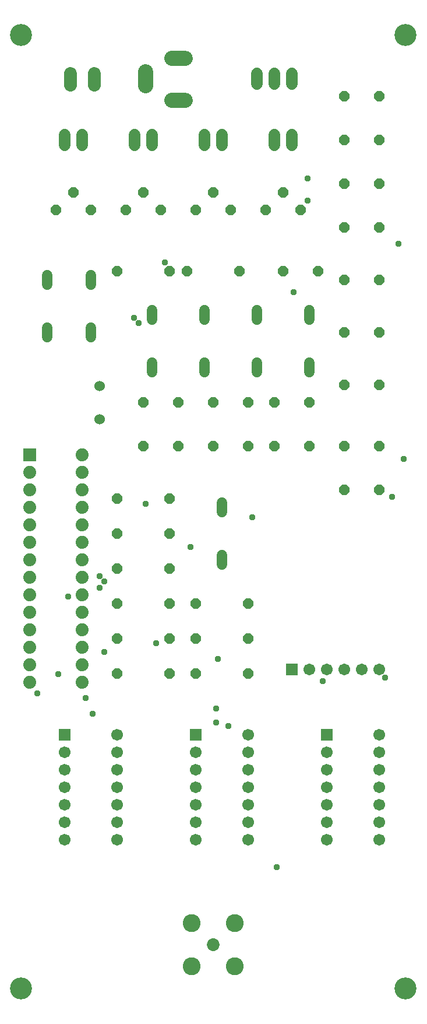
<source format=gbr>
G04 EAGLE Gerber RS-274X export*
G75*
%MOMM*%
%FSLAX34Y34*%
%LPD*%
%INSoldermask Top*%
%IPPOS*%
%AMOC8*
5,1,8,0,0,1.08239X$1,22.5*%
G01*
%ADD10C,3.203200*%
%ADD11P,1.649562X8X22.500000*%
%ADD12C,2.203200*%
%ADD13P,1.649562X8X202.500000*%
%ADD14C,1.524000*%
%ADD15C,1.711200*%
%ADD16R,1.711200X1.711200*%
%ADD17C,1.727200*%
%ADD18C,1.853200*%
%ADD19C,2.603200*%
%ADD20C,1.524000*%
%ADD21C,1.903200*%
%ADD22R,1.701800X1.701800*%
%ADD23C,1.701800*%
%ADD24R,1.879600X1.879600*%
%ADD25C,1.879600*%
%ADD26C,0.959600*%


D10*
X88900Y381000D03*
X647700Y381000D03*
X647700Y1765300D03*
X88900Y1765300D03*
D11*
X241300Y1511300D03*
X292100Y1511300D03*
X266700Y1536700D03*
D12*
X307500Y1670800D02*
X327500Y1670800D01*
X327500Y1731800D02*
X307500Y1731800D01*
X269500Y1711800D02*
X269500Y1691800D01*
D11*
X139700Y1511300D03*
X190500Y1511300D03*
X165100Y1536700D03*
X266700Y1231900D03*
X317500Y1231900D03*
X558800Y1104900D03*
X609600Y1104900D03*
X457200Y1168400D03*
X508000Y1168400D03*
X457200Y1231900D03*
X508000Y1231900D03*
X368300Y1231900D03*
X419100Y1231900D03*
X368300Y1168400D03*
X419100Y1168400D03*
X558800Y1676400D03*
X609600Y1676400D03*
X558800Y1333500D03*
X609600Y1333500D03*
X558800Y1612900D03*
X609600Y1612900D03*
D13*
X609600Y1549400D03*
X558800Y1549400D03*
D11*
X558800Y1485900D03*
X609600Y1485900D03*
X558800Y1409700D03*
X609600Y1409700D03*
X266700Y1168400D03*
X317500Y1168400D03*
X469900Y1422400D03*
X520700Y1422400D03*
X558800Y1257300D03*
X609600Y1257300D03*
X558800Y1168400D03*
X609600Y1168400D03*
D14*
X508000Y1276096D02*
X508000Y1289304D01*
X508000Y1352296D02*
X508000Y1365504D01*
X127000Y1340104D02*
X127000Y1326896D01*
X127000Y1403096D02*
X127000Y1416304D01*
X431800Y1289304D02*
X431800Y1276096D01*
X431800Y1352296D02*
X431800Y1365504D01*
X355600Y1365504D02*
X355600Y1352296D01*
X355600Y1289304D02*
X355600Y1276096D01*
X279400Y1276096D02*
X279400Y1289304D01*
X279400Y1352296D02*
X279400Y1365504D01*
X190500Y1340104D02*
X190500Y1326896D01*
X190500Y1403096D02*
X190500Y1416304D01*
D15*
X508000Y844550D03*
D16*
X482600Y844550D03*
D15*
X533400Y844550D03*
X558800Y844550D03*
X584200Y844550D03*
X609600Y844550D03*
D17*
X431800Y1694180D02*
X431800Y1709420D01*
X457200Y1709420D02*
X457200Y1694180D01*
X482600Y1694180D02*
X482600Y1709420D01*
D18*
X368300Y444500D03*
D19*
X337000Y475800D03*
X399600Y475800D03*
X399600Y413200D03*
X337000Y413200D03*
D14*
X381000Y996696D02*
X381000Y1009904D01*
X381000Y1072896D02*
X381000Y1086104D01*
D20*
X203200Y1207770D03*
X203200Y1256030D03*
D11*
X342900Y889000D03*
X419100Y889000D03*
X228600Y1041400D03*
X304800Y1041400D03*
X342900Y939800D03*
X419100Y939800D03*
X228600Y838200D03*
X304800Y838200D03*
X228600Y1092200D03*
X304800Y1092200D03*
X342900Y838200D03*
X419100Y838200D03*
X330200Y1422400D03*
X406400Y1422400D03*
X228600Y1422400D03*
X304800Y1422400D03*
X228600Y939800D03*
X304800Y939800D03*
X228600Y990600D03*
X304800Y990600D03*
D13*
X304800Y889000D03*
X228600Y889000D03*
D21*
X160300Y1692300D02*
X160300Y1709300D01*
X195300Y1709300D02*
X195300Y1692300D01*
D22*
X533400Y749300D03*
D23*
X533400Y723900D03*
X533400Y698500D03*
X533400Y673100D03*
X533400Y647700D03*
X533400Y622300D03*
X533400Y596900D03*
X609600Y596900D03*
X609600Y622300D03*
X609600Y647700D03*
X609600Y673100D03*
X609600Y698500D03*
X609600Y723900D03*
X609600Y749300D03*
D24*
X101600Y1155700D03*
D25*
X101600Y1130300D03*
X101600Y1104900D03*
X101600Y1079500D03*
X101600Y1054100D03*
X101600Y1028700D03*
X101600Y1003300D03*
X101600Y977900D03*
X101600Y952500D03*
X101600Y927100D03*
X101600Y901700D03*
X101600Y876300D03*
X101600Y850900D03*
X101600Y825500D03*
X177800Y825500D03*
X177800Y850900D03*
X177800Y876300D03*
X177800Y901700D03*
X177800Y927100D03*
X177800Y952500D03*
X177800Y977900D03*
X177800Y1003300D03*
X177800Y1028700D03*
X177800Y1054100D03*
X177800Y1079500D03*
X177800Y1104900D03*
X177800Y1130300D03*
X177800Y1155700D03*
D22*
X152400Y749300D03*
D23*
X152400Y723900D03*
X152400Y698500D03*
X152400Y673100D03*
X152400Y647700D03*
X152400Y622300D03*
X152400Y596900D03*
X228600Y596900D03*
X228600Y622300D03*
X228600Y647700D03*
X228600Y673100D03*
X228600Y698500D03*
X228600Y723900D03*
X228600Y749300D03*
D22*
X342900Y749300D03*
D23*
X342900Y723900D03*
X342900Y698500D03*
X342900Y673100D03*
X342900Y647700D03*
X342900Y622300D03*
X342900Y596900D03*
X419100Y596900D03*
X419100Y622300D03*
X419100Y647700D03*
X419100Y673100D03*
X419100Y698500D03*
X419100Y723900D03*
X419100Y749300D03*
D11*
X342900Y1511300D03*
X393700Y1511300D03*
X368300Y1536700D03*
X444500Y1511300D03*
X495300Y1511300D03*
X469900Y1536700D03*
D17*
X254000Y1605280D02*
X254000Y1620520D01*
X279400Y1620520D02*
X279400Y1605280D01*
X152400Y1605280D02*
X152400Y1620520D01*
X177800Y1620520D02*
X177800Y1605280D01*
X355600Y1605280D02*
X355600Y1620520D01*
X381000Y1620520D02*
X381000Y1605280D01*
X457200Y1605280D02*
X457200Y1620520D01*
X482600Y1620520D02*
X482600Y1605280D01*
D26*
X202500Y980000D03*
X157500Y950000D03*
X627500Y1095000D03*
X112500Y810000D03*
X202500Y962500D03*
X372500Y767500D03*
X252500Y1355000D03*
X335000Y1022500D03*
X425000Y1065000D03*
X637500Y1462500D03*
X142500Y837500D03*
X645000Y1150000D03*
X372500Y787500D03*
X182500Y802500D03*
X390000Y762500D03*
X192500Y780000D03*
X375000Y860000D03*
X527500Y827500D03*
X285000Y882500D03*
X210000Y870000D03*
X210000Y972500D03*
X270000Y1085000D03*
X260000Y1347500D03*
X485000Y1392500D03*
X297500Y1435000D03*
X460000Y557500D03*
X505000Y1557500D03*
X617500Y832500D03*
X505000Y1525000D03*
M02*

</source>
